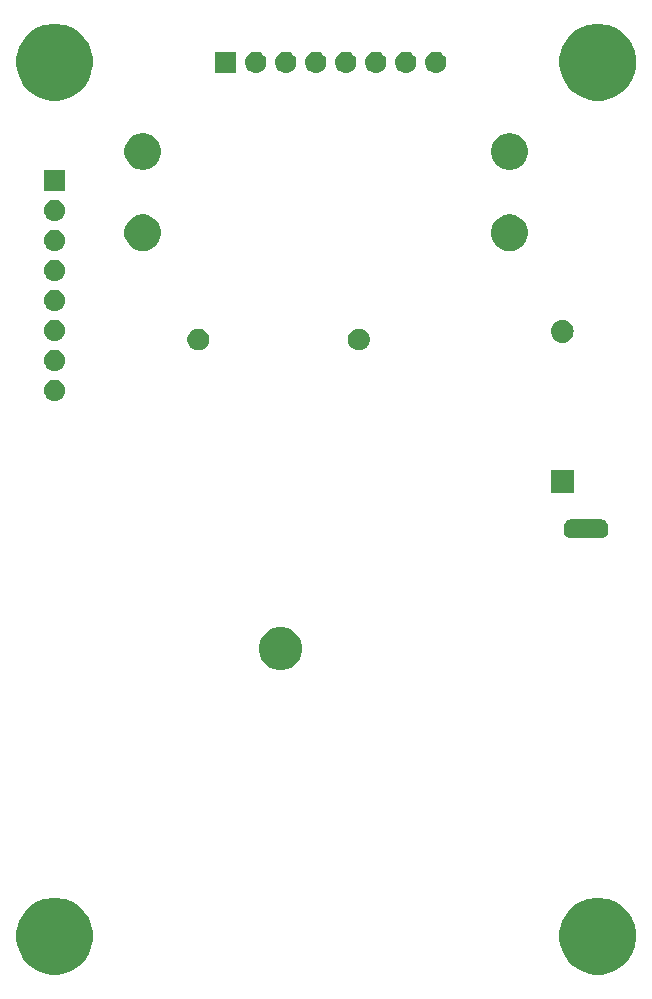
<source format=gts>
%TF.GenerationSoftware,KiCad,Pcbnew,5.0.2+dfsg1-1*%
%TF.CreationDate,2022-04-10T03:47:20-07:00*%
%TF.ProjectId,keygame-batpack,6b657967-616d-4652-9d62-61747061636b,rev?*%
%TF.SameCoordinates,Original*%
%TF.FileFunction,Soldermask,Top*%
%TF.FilePolarity,Negative*%
%FSLAX46Y46*%
G04 Gerber Fmt 4.6, Leading zero omitted, Abs format (unit mm)*
G04 Created by KiCad (PCBNEW 5.0.2+dfsg1-1) date Sun 10 Apr 2022 03:47:20 AM PDT*
%MOMM*%
%LPD*%
G01*
G04 APERTURE LIST*
%ADD10C,0.100000*%
G04 APERTURE END LIST*
D10*
G36*
X171074239Y-130471467D02*
X171388282Y-130533934D01*
X171979926Y-130779001D01*
X172269523Y-130972504D01*
X172512395Y-131134786D01*
X172965214Y-131587605D01*
X172965216Y-131587608D01*
X173320999Y-132120074D01*
X173442724Y-132413944D01*
X173566066Y-132711719D01*
X173691000Y-133339803D01*
X173691000Y-133980197D01*
X173628533Y-134294239D01*
X173566066Y-134608282D01*
X173320999Y-135199926D01*
X173073265Y-135570685D01*
X172965214Y-135732395D01*
X172512395Y-136185214D01*
X172512392Y-136185216D01*
X171979926Y-136540999D01*
X171388282Y-136786066D01*
X171074239Y-136848533D01*
X170760197Y-136911000D01*
X170119803Y-136911000D01*
X169805761Y-136848533D01*
X169491718Y-136786066D01*
X168900074Y-136540999D01*
X168367608Y-136185216D01*
X168367605Y-136185214D01*
X167914786Y-135732395D01*
X167806735Y-135570685D01*
X167559001Y-135199926D01*
X167313934Y-134608282D01*
X167251467Y-134294239D01*
X167189000Y-133980197D01*
X167189000Y-133339803D01*
X167313934Y-132711719D01*
X167437276Y-132413944D01*
X167559001Y-132120074D01*
X167914784Y-131587608D01*
X167914786Y-131587605D01*
X168367605Y-131134786D01*
X168610477Y-130972504D01*
X168900074Y-130779001D01*
X169491718Y-130533934D01*
X169805761Y-130471467D01*
X170119803Y-130409000D01*
X170760197Y-130409000D01*
X171074239Y-130471467D01*
X171074239Y-130471467D01*
G37*
G36*
X125074239Y-130471467D02*
X125388282Y-130533934D01*
X125979926Y-130779001D01*
X126269523Y-130972504D01*
X126512395Y-131134786D01*
X126965214Y-131587605D01*
X126965216Y-131587608D01*
X127320999Y-132120074D01*
X127442724Y-132413944D01*
X127566066Y-132711719D01*
X127691000Y-133339803D01*
X127691000Y-133980197D01*
X127628533Y-134294239D01*
X127566066Y-134608282D01*
X127320999Y-135199926D01*
X127073265Y-135570685D01*
X126965214Y-135732395D01*
X126512395Y-136185214D01*
X126512392Y-136185216D01*
X125979926Y-136540999D01*
X125388282Y-136786066D01*
X125074239Y-136848533D01*
X124760197Y-136911000D01*
X124119803Y-136911000D01*
X123805761Y-136848533D01*
X123491718Y-136786066D01*
X122900074Y-136540999D01*
X122367608Y-136185216D01*
X122367605Y-136185214D01*
X121914786Y-135732395D01*
X121806735Y-135570685D01*
X121559001Y-135199926D01*
X121313934Y-134608282D01*
X121251467Y-134294239D01*
X121189000Y-133980197D01*
X121189000Y-133339803D01*
X121313934Y-132711719D01*
X121437276Y-132413944D01*
X121559001Y-132120074D01*
X121914784Y-131587608D01*
X121914786Y-131587605D01*
X122367605Y-131134786D01*
X122610477Y-130972504D01*
X122900074Y-130779001D01*
X123491718Y-130533934D01*
X123805761Y-130471467D01*
X124119803Y-130409000D01*
X124760197Y-130409000D01*
X125074239Y-130471467D01*
X125074239Y-130471467D01*
G37*
G36*
X144114080Y-107539364D02*
X144114082Y-107539365D01*
X144114083Y-107539365D01*
X144447304Y-107677389D01*
X144745840Y-107876865D01*
X144747197Y-107877772D01*
X145002228Y-108132803D01*
X145002230Y-108132806D01*
X145202611Y-108432696D01*
X145340635Y-108765917D01*
X145411000Y-109119662D01*
X145411000Y-109480338D01*
X145340635Y-109834083D01*
X145202611Y-110167304D01*
X145003135Y-110465840D01*
X145002228Y-110467197D01*
X144747197Y-110722228D01*
X144747194Y-110722230D01*
X144447304Y-110922611D01*
X144114083Y-111060635D01*
X144114082Y-111060635D01*
X144114080Y-111060636D01*
X143760339Y-111131000D01*
X143399661Y-111131000D01*
X143045920Y-111060636D01*
X143045918Y-111060635D01*
X143045917Y-111060635D01*
X142712696Y-110922611D01*
X142412806Y-110722230D01*
X142412803Y-110722228D01*
X142157772Y-110467197D01*
X142156865Y-110465840D01*
X141957389Y-110167304D01*
X141819365Y-109834083D01*
X141749000Y-109480338D01*
X141749000Y-109119662D01*
X141819365Y-108765917D01*
X141957389Y-108432696D01*
X142157770Y-108132806D01*
X142157772Y-108132803D01*
X142412803Y-107877772D01*
X142414160Y-107876865D01*
X142712696Y-107677389D01*
X143045917Y-107539365D01*
X143045918Y-107539365D01*
X143045920Y-107539364D01*
X143399661Y-107469000D01*
X143760339Y-107469000D01*
X144114080Y-107539364D01*
X144114080Y-107539364D01*
G37*
G36*
X168699999Y-98359737D02*
X168714534Y-98364147D01*
X168727717Y-98369607D01*
X168751751Y-98374387D01*
X168776255Y-98374387D01*
X168800288Y-98369606D01*
X168822927Y-98360228D01*
X168824765Y-98359000D01*
X170056053Y-98359000D01*
X170068165Y-98365474D01*
X170091614Y-98372587D01*
X170116000Y-98374989D01*
X170140386Y-98372587D01*
X170158564Y-98366083D01*
X170158608Y-98366227D01*
X170180001Y-98359737D01*
X170196140Y-98358148D01*
X170733860Y-98358148D01*
X170752198Y-98359954D01*
X170764450Y-98360556D01*
X170782869Y-98360556D01*
X170805149Y-98362750D01*
X170889236Y-98379476D01*
X170910655Y-98385974D01*
X170989871Y-98418785D01*
X171009607Y-98429335D01*
X171080897Y-98476969D01*
X171098208Y-98491176D01*
X171158824Y-98551792D01*
X171173031Y-98569103D01*
X171220665Y-98640393D01*
X171231215Y-98660129D01*
X171264026Y-98739345D01*
X171270524Y-98760764D01*
X171287250Y-98844851D01*
X171289444Y-98867131D01*
X171289444Y-98885550D01*
X171290046Y-98897802D01*
X171291852Y-98916140D01*
X171291852Y-99403861D01*
X171290046Y-99422198D01*
X171289444Y-99434450D01*
X171289444Y-99452869D01*
X171287250Y-99475149D01*
X171270524Y-99559236D01*
X171264026Y-99580655D01*
X171231215Y-99659871D01*
X171220665Y-99679607D01*
X171173031Y-99750897D01*
X171158824Y-99768208D01*
X171098208Y-99828824D01*
X171080897Y-99843031D01*
X171009607Y-99890665D01*
X170989871Y-99901215D01*
X170910655Y-99934026D01*
X170889236Y-99940524D01*
X170805149Y-99957250D01*
X170782869Y-99959444D01*
X170764450Y-99959444D01*
X170752198Y-99960046D01*
X170733861Y-99961852D01*
X170196140Y-99961852D01*
X170180001Y-99960263D01*
X170165466Y-99955853D01*
X170152283Y-99950393D01*
X170128249Y-99945613D01*
X170103745Y-99945613D01*
X170079712Y-99950394D01*
X170057073Y-99959772D01*
X170055235Y-99961000D01*
X168823947Y-99961000D01*
X168811835Y-99954526D01*
X168788386Y-99947413D01*
X168764000Y-99945011D01*
X168739614Y-99947413D01*
X168721436Y-99953917D01*
X168721392Y-99953773D01*
X168699999Y-99960263D01*
X168683860Y-99961852D01*
X168146139Y-99961852D01*
X168127802Y-99960046D01*
X168115550Y-99959444D01*
X168097131Y-99959444D01*
X168074851Y-99957250D01*
X167990764Y-99940524D01*
X167969345Y-99934026D01*
X167890129Y-99901215D01*
X167870393Y-99890665D01*
X167799103Y-99843031D01*
X167781792Y-99828824D01*
X167721176Y-99768208D01*
X167706969Y-99750897D01*
X167659335Y-99679607D01*
X167648785Y-99659871D01*
X167615974Y-99580655D01*
X167609476Y-99559236D01*
X167592750Y-99475149D01*
X167590556Y-99452869D01*
X167590556Y-99434450D01*
X167589954Y-99422198D01*
X167588148Y-99403861D01*
X167588148Y-98916140D01*
X167589954Y-98897802D01*
X167590556Y-98885550D01*
X167590556Y-98867131D01*
X167592750Y-98844851D01*
X167609476Y-98760764D01*
X167615974Y-98739345D01*
X167648785Y-98660129D01*
X167659335Y-98640393D01*
X167706969Y-98569103D01*
X167721176Y-98551792D01*
X167781792Y-98491176D01*
X167799103Y-98476969D01*
X167870393Y-98429335D01*
X167890129Y-98418785D01*
X167969345Y-98385974D01*
X167990764Y-98379476D01*
X168074851Y-98362750D01*
X168097131Y-98360556D01*
X168115550Y-98360556D01*
X168127802Y-98359954D01*
X168146140Y-98358148D01*
X168683860Y-98358148D01*
X168699999Y-98359737D01*
X168699999Y-98359737D01*
G37*
G36*
X168391000Y-96111000D02*
X166489000Y-96111000D01*
X166489000Y-94209000D01*
X168391000Y-94209000D01*
X168391000Y-96111000D01*
X168391000Y-96111000D01*
G37*
G36*
X124550443Y-86545519D02*
X124616627Y-86552037D01*
X124729853Y-86586384D01*
X124786467Y-86603557D01*
X124925087Y-86677652D01*
X124942991Y-86687222D01*
X124978729Y-86716552D01*
X125080186Y-86799814D01*
X125163448Y-86901271D01*
X125192778Y-86937009D01*
X125192779Y-86937011D01*
X125276443Y-87093533D01*
X125276443Y-87093534D01*
X125327963Y-87263373D01*
X125345359Y-87440000D01*
X125327963Y-87616627D01*
X125293616Y-87729853D01*
X125276443Y-87786467D01*
X125202348Y-87925087D01*
X125192778Y-87942991D01*
X125163448Y-87978729D01*
X125080186Y-88080186D01*
X124978729Y-88163448D01*
X124942991Y-88192778D01*
X124942989Y-88192779D01*
X124786467Y-88276443D01*
X124729853Y-88293616D01*
X124616627Y-88327963D01*
X124550443Y-88334481D01*
X124484260Y-88341000D01*
X124395740Y-88341000D01*
X124329557Y-88334481D01*
X124263373Y-88327963D01*
X124150147Y-88293616D01*
X124093533Y-88276443D01*
X123937011Y-88192779D01*
X123937009Y-88192778D01*
X123901271Y-88163448D01*
X123799814Y-88080186D01*
X123716552Y-87978729D01*
X123687222Y-87942991D01*
X123677652Y-87925087D01*
X123603557Y-87786467D01*
X123586384Y-87729853D01*
X123552037Y-87616627D01*
X123534641Y-87440000D01*
X123552037Y-87263373D01*
X123603557Y-87093534D01*
X123603557Y-87093533D01*
X123687221Y-86937011D01*
X123687222Y-86937009D01*
X123716552Y-86901271D01*
X123799814Y-86799814D01*
X123901271Y-86716552D01*
X123937009Y-86687222D01*
X123954913Y-86677652D01*
X124093533Y-86603557D01*
X124150147Y-86586384D01*
X124263373Y-86552037D01*
X124329557Y-86545519D01*
X124395740Y-86539000D01*
X124484260Y-86539000D01*
X124550443Y-86545519D01*
X124550443Y-86545519D01*
G37*
G36*
X124550442Y-84005518D02*
X124616627Y-84012037D01*
X124729853Y-84046384D01*
X124786467Y-84063557D01*
X124925087Y-84137652D01*
X124942991Y-84147222D01*
X124978729Y-84176552D01*
X125080186Y-84259814D01*
X125163448Y-84361271D01*
X125192778Y-84397009D01*
X125192779Y-84397011D01*
X125276443Y-84553533D01*
X125276443Y-84553534D01*
X125327963Y-84723373D01*
X125345359Y-84900000D01*
X125327963Y-85076627D01*
X125293616Y-85189853D01*
X125276443Y-85246467D01*
X125202348Y-85385087D01*
X125192778Y-85402991D01*
X125163448Y-85438729D01*
X125080186Y-85540186D01*
X124978729Y-85623448D01*
X124942991Y-85652778D01*
X124942989Y-85652779D01*
X124786467Y-85736443D01*
X124729853Y-85753616D01*
X124616627Y-85787963D01*
X124550442Y-85794482D01*
X124484260Y-85801000D01*
X124395740Y-85801000D01*
X124329558Y-85794482D01*
X124263373Y-85787963D01*
X124150147Y-85753616D01*
X124093533Y-85736443D01*
X123937011Y-85652779D01*
X123937009Y-85652778D01*
X123901271Y-85623448D01*
X123799814Y-85540186D01*
X123716552Y-85438729D01*
X123687222Y-85402991D01*
X123677652Y-85385087D01*
X123603557Y-85246467D01*
X123586384Y-85189853D01*
X123552037Y-85076627D01*
X123534641Y-84900000D01*
X123552037Y-84723373D01*
X123603557Y-84553534D01*
X123603557Y-84553533D01*
X123687221Y-84397011D01*
X123687222Y-84397009D01*
X123716552Y-84361271D01*
X123799814Y-84259814D01*
X123901271Y-84176552D01*
X123937009Y-84147222D01*
X123954913Y-84137652D01*
X124093533Y-84063557D01*
X124150147Y-84046384D01*
X124263373Y-84012037D01*
X124329558Y-84005518D01*
X124395740Y-83999000D01*
X124484260Y-83999000D01*
X124550442Y-84005518D01*
X124550442Y-84005518D01*
G37*
G36*
X150480834Y-82247181D02*
X150649810Y-82317174D01*
X150713903Y-82360000D01*
X150801887Y-82418789D01*
X150931211Y-82548113D01*
X150931213Y-82548116D01*
X151032826Y-82700190D01*
X151102819Y-82869166D01*
X151138500Y-83048551D01*
X151138500Y-83231449D01*
X151102819Y-83410834D01*
X151032826Y-83579810D01*
X150931897Y-83730860D01*
X150931211Y-83731887D01*
X150801887Y-83861211D01*
X150801884Y-83861213D01*
X150649810Y-83962826D01*
X150480834Y-84032819D01*
X150301449Y-84068500D01*
X150118551Y-84068500D01*
X149939166Y-84032819D01*
X149770190Y-83962826D01*
X149618116Y-83861213D01*
X149618113Y-83861211D01*
X149488789Y-83731887D01*
X149488103Y-83730860D01*
X149387174Y-83579810D01*
X149317181Y-83410834D01*
X149281500Y-83231449D01*
X149281500Y-83048551D01*
X149317181Y-82869166D01*
X149387174Y-82700190D01*
X149488787Y-82548116D01*
X149488789Y-82548113D01*
X149618113Y-82418789D01*
X149706097Y-82360000D01*
X149770190Y-82317174D01*
X149939166Y-82247181D01*
X150118551Y-82211500D01*
X150301449Y-82211500D01*
X150480834Y-82247181D01*
X150480834Y-82247181D01*
G37*
G36*
X136890834Y-82247181D02*
X137059810Y-82317174D01*
X137123903Y-82360000D01*
X137211887Y-82418789D01*
X137341211Y-82548113D01*
X137341213Y-82548116D01*
X137442826Y-82700190D01*
X137512819Y-82869166D01*
X137548500Y-83048551D01*
X137548500Y-83231449D01*
X137512819Y-83410834D01*
X137442826Y-83579810D01*
X137341897Y-83730860D01*
X137341211Y-83731887D01*
X137211887Y-83861211D01*
X137211884Y-83861213D01*
X137059810Y-83962826D01*
X136890834Y-84032819D01*
X136711449Y-84068500D01*
X136528551Y-84068500D01*
X136349166Y-84032819D01*
X136180190Y-83962826D01*
X136028116Y-83861213D01*
X136028113Y-83861211D01*
X135898789Y-83731887D01*
X135898103Y-83730860D01*
X135797174Y-83579810D01*
X135727181Y-83410834D01*
X135691500Y-83231449D01*
X135691500Y-83048551D01*
X135727181Y-82869166D01*
X135797174Y-82700190D01*
X135898787Y-82548116D01*
X135898789Y-82548113D01*
X136028113Y-82418789D01*
X136116097Y-82360000D01*
X136180190Y-82317174D01*
X136349166Y-82247181D01*
X136528551Y-82211500D01*
X136711449Y-82211500D01*
X136890834Y-82247181D01*
X136890834Y-82247181D01*
G37*
G36*
X167626425Y-81522760D02*
X167626428Y-81522761D01*
X167626429Y-81522761D01*
X167805693Y-81577140D01*
X167805695Y-81577141D01*
X167970905Y-81665448D01*
X168115712Y-81784288D01*
X168234552Y-81929095D01*
X168234553Y-81929097D01*
X168322860Y-82094307D01*
X168369234Y-82247182D01*
X168377240Y-82273575D01*
X168395601Y-82460000D01*
X168377240Y-82646425D01*
X168377239Y-82646428D01*
X168377239Y-82646429D01*
X168359027Y-82706467D01*
X168322859Y-82825695D01*
X168234552Y-82990905D01*
X168115712Y-83135712D01*
X167970905Y-83254552D01*
X167970903Y-83254553D01*
X167805693Y-83342860D01*
X167626429Y-83397239D01*
X167626428Y-83397239D01*
X167626425Y-83397240D01*
X167486718Y-83411000D01*
X167393282Y-83411000D01*
X167253575Y-83397240D01*
X167253572Y-83397239D01*
X167253571Y-83397239D01*
X167074307Y-83342860D01*
X166909097Y-83254553D01*
X166909095Y-83254552D01*
X166764288Y-83135712D01*
X166645448Y-82990905D01*
X166557141Y-82825695D01*
X166520974Y-82706467D01*
X166502761Y-82646429D01*
X166502761Y-82646428D01*
X166502760Y-82646425D01*
X166484399Y-82460000D01*
X166502760Y-82273575D01*
X166510766Y-82247182D01*
X166557140Y-82094307D01*
X166645447Y-81929097D01*
X166645448Y-81929095D01*
X166764288Y-81784288D01*
X166909095Y-81665448D01*
X167074305Y-81577141D01*
X167074307Y-81577140D01*
X167253571Y-81522761D01*
X167253572Y-81522761D01*
X167253575Y-81522760D01*
X167393282Y-81509000D01*
X167486718Y-81509000D01*
X167626425Y-81522760D01*
X167626425Y-81522760D01*
G37*
G36*
X124550443Y-81465519D02*
X124616627Y-81472037D01*
X124729853Y-81506384D01*
X124786467Y-81523557D01*
X124886712Y-81577140D01*
X124942991Y-81607222D01*
X124978729Y-81636552D01*
X125080186Y-81719814D01*
X125163448Y-81821271D01*
X125192778Y-81857009D01*
X125192779Y-81857011D01*
X125276443Y-82013533D01*
X125276443Y-82013534D01*
X125327963Y-82183373D01*
X125345359Y-82360000D01*
X125327963Y-82536627D01*
X125294656Y-82646425D01*
X125276443Y-82706467D01*
X125212714Y-82825693D01*
X125192778Y-82862991D01*
X125187710Y-82869166D01*
X125080186Y-83000186D01*
X124978729Y-83083448D01*
X124942991Y-83112778D01*
X124942989Y-83112779D01*
X124786467Y-83196443D01*
X124729853Y-83213616D01*
X124616627Y-83247963D01*
X124550442Y-83254482D01*
X124484260Y-83261000D01*
X124395740Y-83261000D01*
X124329558Y-83254482D01*
X124263373Y-83247963D01*
X124150147Y-83213616D01*
X124093533Y-83196443D01*
X123937011Y-83112779D01*
X123937009Y-83112778D01*
X123901271Y-83083448D01*
X123799814Y-83000186D01*
X123692290Y-82869166D01*
X123687222Y-82862991D01*
X123667286Y-82825693D01*
X123603557Y-82706467D01*
X123585344Y-82646425D01*
X123552037Y-82536627D01*
X123534641Y-82360000D01*
X123552037Y-82183373D01*
X123603557Y-82013534D01*
X123603557Y-82013533D01*
X123687221Y-81857011D01*
X123687222Y-81857009D01*
X123716552Y-81821271D01*
X123799814Y-81719814D01*
X123901271Y-81636552D01*
X123937009Y-81607222D01*
X123993288Y-81577140D01*
X124093533Y-81523557D01*
X124150147Y-81506384D01*
X124263373Y-81472037D01*
X124329557Y-81465519D01*
X124395740Y-81459000D01*
X124484260Y-81459000D01*
X124550443Y-81465519D01*
X124550443Y-81465519D01*
G37*
G36*
X124550442Y-78925518D02*
X124616627Y-78932037D01*
X124729853Y-78966384D01*
X124786467Y-78983557D01*
X124925087Y-79057652D01*
X124942991Y-79067222D01*
X124978729Y-79096552D01*
X125080186Y-79179814D01*
X125163448Y-79281271D01*
X125192778Y-79317009D01*
X125192779Y-79317011D01*
X125276443Y-79473533D01*
X125276443Y-79473534D01*
X125327963Y-79643373D01*
X125345359Y-79820000D01*
X125327963Y-79996627D01*
X125293616Y-80109853D01*
X125276443Y-80166467D01*
X125202348Y-80305087D01*
X125192778Y-80322991D01*
X125163448Y-80358729D01*
X125080186Y-80460186D01*
X124978729Y-80543448D01*
X124942991Y-80572778D01*
X124942989Y-80572779D01*
X124786467Y-80656443D01*
X124729853Y-80673616D01*
X124616627Y-80707963D01*
X124550443Y-80714481D01*
X124484260Y-80721000D01*
X124395740Y-80721000D01*
X124329557Y-80714481D01*
X124263373Y-80707963D01*
X124150147Y-80673616D01*
X124093533Y-80656443D01*
X123937011Y-80572779D01*
X123937009Y-80572778D01*
X123901271Y-80543448D01*
X123799814Y-80460186D01*
X123716552Y-80358729D01*
X123687222Y-80322991D01*
X123677652Y-80305087D01*
X123603557Y-80166467D01*
X123586384Y-80109853D01*
X123552037Y-79996627D01*
X123534641Y-79820000D01*
X123552037Y-79643373D01*
X123603557Y-79473534D01*
X123603557Y-79473533D01*
X123687221Y-79317011D01*
X123687222Y-79317009D01*
X123716552Y-79281271D01*
X123799814Y-79179814D01*
X123901271Y-79096552D01*
X123937009Y-79067222D01*
X123954913Y-79057652D01*
X124093533Y-78983557D01*
X124150147Y-78966384D01*
X124263373Y-78932037D01*
X124329558Y-78925518D01*
X124395740Y-78919000D01*
X124484260Y-78919000D01*
X124550442Y-78925518D01*
X124550442Y-78925518D01*
G37*
G36*
X124550443Y-76385519D02*
X124616627Y-76392037D01*
X124729853Y-76426384D01*
X124786467Y-76443557D01*
X124925087Y-76517652D01*
X124942991Y-76527222D01*
X124978729Y-76556552D01*
X125080186Y-76639814D01*
X125163448Y-76741271D01*
X125192778Y-76777009D01*
X125192779Y-76777011D01*
X125276443Y-76933533D01*
X125276443Y-76933534D01*
X125327963Y-77103373D01*
X125345359Y-77280000D01*
X125327963Y-77456627D01*
X125293616Y-77569853D01*
X125276443Y-77626467D01*
X125202348Y-77765087D01*
X125192778Y-77782991D01*
X125163448Y-77818729D01*
X125080186Y-77920186D01*
X124978729Y-78003448D01*
X124942991Y-78032778D01*
X124942989Y-78032779D01*
X124786467Y-78116443D01*
X124729853Y-78133616D01*
X124616627Y-78167963D01*
X124550443Y-78174481D01*
X124484260Y-78181000D01*
X124395740Y-78181000D01*
X124329557Y-78174481D01*
X124263373Y-78167963D01*
X124150147Y-78133616D01*
X124093533Y-78116443D01*
X123937011Y-78032779D01*
X123937009Y-78032778D01*
X123901271Y-78003448D01*
X123799814Y-77920186D01*
X123716552Y-77818729D01*
X123687222Y-77782991D01*
X123677652Y-77765087D01*
X123603557Y-77626467D01*
X123586384Y-77569853D01*
X123552037Y-77456627D01*
X123534641Y-77280000D01*
X123552037Y-77103373D01*
X123603557Y-76933534D01*
X123603557Y-76933533D01*
X123687221Y-76777011D01*
X123687222Y-76777009D01*
X123716552Y-76741271D01*
X123799814Y-76639814D01*
X123901271Y-76556552D01*
X123937009Y-76527222D01*
X123954913Y-76517652D01*
X124093533Y-76443557D01*
X124150147Y-76426384D01*
X124263373Y-76392037D01*
X124329557Y-76385519D01*
X124395740Y-76379000D01*
X124484260Y-76379000D01*
X124550443Y-76385519D01*
X124550443Y-76385519D01*
G37*
G36*
X132262527Y-72588736D02*
X132362410Y-72608604D01*
X132644674Y-72725521D01*
X132898705Y-72895259D01*
X133114741Y-73111295D01*
X133284479Y-73365326D01*
X133401396Y-73647590D01*
X133461000Y-73947240D01*
X133461000Y-74252760D01*
X133401396Y-74552410D01*
X133284479Y-74834674D01*
X133114741Y-75088705D01*
X132898705Y-75304741D01*
X132644674Y-75474479D01*
X132362410Y-75591396D01*
X132262527Y-75611264D01*
X132062762Y-75651000D01*
X131757238Y-75651000D01*
X131557473Y-75611264D01*
X131457590Y-75591396D01*
X131175326Y-75474479D01*
X130921295Y-75304741D01*
X130705259Y-75088705D01*
X130535521Y-74834674D01*
X130418604Y-74552410D01*
X130359000Y-74252760D01*
X130359000Y-73947240D01*
X130418604Y-73647590D01*
X130535521Y-73365326D01*
X130705259Y-73111295D01*
X130921295Y-72895259D01*
X131175326Y-72725521D01*
X131457590Y-72608604D01*
X131557473Y-72588736D01*
X131757238Y-72549000D01*
X132062762Y-72549000D01*
X132262527Y-72588736D01*
X132262527Y-72588736D01*
G37*
G36*
X163322527Y-72588736D02*
X163422410Y-72608604D01*
X163704674Y-72725521D01*
X163958705Y-72895259D01*
X164174741Y-73111295D01*
X164344479Y-73365326D01*
X164461396Y-73647590D01*
X164521000Y-73947240D01*
X164521000Y-74252760D01*
X164461396Y-74552410D01*
X164344479Y-74834674D01*
X164174741Y-75088705D01*
X163958705Y-75304741D01*
X163704674Y-75474479D01*
X163422410Y-75591396D01*
X163322527Y-75611264D01*
X163122762Y-75651000D01*
X162817238Y-75651000D01*
X162617473Y-75611264D01*
X162517590Y-75591396D01*
X162235326Y-75474479D01*
X161981295Y-75304741D01*
X161765259Y-75088705D01*
X161595521Y-74834674D01*
X161478604Y-74552410D01*
X161419000Y-74252760D01*
X161419000Y-73947240D01*
X161478604Y-73647590D01*
X161595521Y-73365326D01*
X161765259Y-73111295D01*
X161981295Y-72895259D01*
X162235326Y-72725521D01*
X162517590Y-72608604D01*
X162617473Y-72588736D01*
X162817238Y-72549000D01*
X163122762Y-72549000D01*
X163322527Y-72588736D01*
X163322527Y-72588736D01*
G37*
G36*
X124550442Y-73845518D02*
X124616627Y-73852037D01*
X124729853Y-73886384D01*
X124786467Y-73903557D01*
X124868187Y-73947238D01*
X124942991Y-73987222D01*
X124978729Y-74016552D01*
X125080186Y-74099814D01*
X125163448Y-74201271D01*
X125192778Y-74237009D01*
X125192779Y-74237011D01*
X125276443Y-74393533D01*
X125276443Y-74393534D01*
X125327963Y-74563373D01*
X125345359Y-74740000D01*
X125327963Y-74916627D01*
X125293616Y-75029853D01*
X125276443Y-75086467D01*
X125202348Y-75225087D01*
X125192778Y-75242991D01*
X125163448Y-75278729D01*
X125080186Y-75380186D01*
X124978729Y-75463448D01*
X124942991Y-75492778D01*
X124942989Y-75492779D01*
X124786467Y-75576443D01*
X124729853Y-75593616D01*
X124616627Y-75627963D01*
X124550442Y-75634482D01*
X124484260Y-75641000D01*
X124395740Y-75641000D01*
X124329558Y-75634482D01*
X124263373Y-75627963D01*
X124150147Y-75593616D01*
X124093533Y-75576443D01*
X123937011Y-75492779D01*
X123937009Y-75492778D01*
X123901271Y-75463448D01*
X123799814Y-75380186D01*
X123716552Y-75278729D01*
X123687222Y-75242991D01*
X123677652Y-75225087D01*
X123603557Y-75086467D01*
X123586384Y-75029853D01*
X123552037Y-74916627D01*
X123534641Y-74740000D01*
X123552037Y-74563373D01*
X123603557Y-74393534D01*
X123603557Y-74393533D01*
X123687221Y-74237011D01*
X123687222Y-74237009D01*
X123716552Y-74201271D01*
X123799814Y-74099814D01*
X123901271Y-74016552D01*
X123937009Y-73987222D01*
X124011813Y-73947238D01*
X124093533Y-73903557D01*
X124150147Y-73886384D01*
X124263373Y-73852037D01*
X124329558Y-73845518D01*
X124395740Y-73839000D01*
X124484260Y-73839000D01*
X124550442Y-73845518D01*
X124550442Y-73845518D01*
G37*
G36*
X124550442Y-71305518D02*
X124616627Y-71312037D01*
X124729853Y-71346384D01*
X124786467Y-71363557D01*
X124925087Y-71437652D01*
X124942991Y-71447222D01*
X124978729Y-71476552D01*
X125080186Y-71559814D01*
X125163448Y-71661271D01*
X125192778Y-71697009D01*
X125192779Y-71697011D01*
X125276443Y-71853533D01*
X125276443Y-71853534D01*
X125327963Y-72023373D01*
X125345359Y-72200000D01*
X125327963Y-72376627D01*
X125293616Y-72489853D01*
X125276443Y-72546467D01*
X125202348Y-72685087D01*
X125192778Y-72702991D01*
X125174288Y-72725521D01*
X125080186Y-72840186D01*
X124978729Y-72923448D01*
X124942991Y-72952778D01*
X124942989Y-72952779D01*
X124786467Y-73036443D01*
X124729853Y-73053616D01*
X124616627Y-73087963D01*
X124550442Y-73094482D01*
X124484260Y-73101000D01*
X124395740Y-73101000D01*
X124329558Y-73094482D01*
X124263373Y-73087963D01*
X124150147Y-73053616D01*
X124093533Y-73036443D01*
X123937011Y-72952779D01*
X123937009Y-72952778D01*
X123901271Y-72923448D01*
X123799814Y-72840186D01*
X123705712Y-72725521D01*
X123687222Y-72702991D01*
X123677652Y-72685087D01*
X123603557Y-72546467D01*
X123586384Y-72489853D01*
X123552037Y-72376627D01*
X123534641Y-72200000D01*
X123552037Y-72023373D01*
X123603557Y-71853534D01*
X123603557Y-71853533D01*
X123687221Y-71697011D01*
X123687222Y-71697009D01*
X123716552Y-71661271D01*
X123799814Y-71559814D01*
X123901271Y-71476552D01*
X123937009Y-71447222D01*
X123954913Y-71437652D01*
X124093533Y-71363557D01*
X124150147Y-71346384D01*
X124263373Y-71312037D01*
X124329558Y-71305518D01*
X124395740Y-71299000D01*
X124484260Y-71299000D01*
X124550442Y-71305518D01*
X124550442Y-71305518D01*
G37*
G36*
X125341000Y-70561000D02*
X123539000Y-70561000D01*
X123539000Y-68759000D01*
X125341000Y-68759000D01*
X125341000Y-70561000D01*
X125341000Y-70561000D01*
G37*
G36*
X163322527Y-65708736D02*
X163422410Y-65728604D01*
X163704674Y-65845521D01*
X163958705Y-66015259D01*
X164174741Y-66231295D01*
X164344479Y-66485326D01*
X164461396Y-66767590D01*
X164521000Y-67067240D01*
X164521000Y-67372760D01*
X164461396Y-67672410D01*
X164344479Y-67954674D01*
X164174741Y-68208705D01*
X163958705Y-68424741D01*
X163704674Y-68594479D01*
X163422410Y-68711396D01*
X163322527Y-68731264D01*
X163122762Y-68771000D01*
X162817238Y-68771000D01*
X162617473Y-68731264D01*
X162517590Y-68711396D01*
X162235326Y-68594479D01*
X161981295Y-68424741D01*
X161765259Y-68208705D01*
X161595521Y-67954674D01*
X161478604Y-67672410D01*
X161419000Y-67372760D01*
X161419000Y-67067240D01*
X161478604Y-66767590D01*
X161595521Y-66485326D01*
X161765259Y-66231295D01*
X161981295Y-66015259D01*
X162235326Y-65845521D01*
X162517590Y-65728604D01*
X162617473Y-65708736D01*
X162817238Y-65669000D01*
X163122762Y-65669000D01*
X163322527Y-65708736D01*
X163322527Y-65708736D01*
G37*
G36*
X132262527Y-65708736D02*
X132362410Y-65728604D01*
X132644674Y-65845521D01*
X132898705Y-66015259D01*
X133114741Y-66231295D01*
X133284479Y-66485326D01*
X133401396Y-66767590D01*
X133461000Y-67067240D01*
X133461000Y-67372760D01*
X133401396Y-67672410D01*
X133284479Y-67954674D01*
X133114741Y-68208705D01*
X132898705Y-68424741D01*
X132644674Y-68594479D01*
X132362410Y-68711396D01*
X132262527Y-68731264D01*
X132062762Y-68771000D01*
X131757238Y-68771000D01*
X131557473Y-68731264D01*
X131457590Y-68711396D01*
X131175326Y-68594479D01*
X130921295Y-68424741D01*
X130705259Y-68208705D01*
X130535521Y-67954674D01*
X130418604Y-67672410D01*
X130359000Y-67372760D01*
X130359000Y-67067240D01*
X130418604Y-66767590D01*
X130535521Y-66485326D01*
X130705259Y-66231295D01*
X130921295Y-66015259D01*
X131175326Y-65845521D01*
X131457590Y-65728604D01*
X131557473Y-65708736D01*
X131757238Y-65669000D01*
X132062762Y-65669000D01*
X132262527Y-65708736D01*
X132262527Y-65708736D01*
G37*
G36*
X125074239Y-56471467D02*
X125388282Y-56533934D01*
X125979926Y-56779001D01*
X126269523Y-56972504D01*
X126512395Y-57134786D01*
X126965214Y-57587605D01*
X126965216Y-57587608D01*
X127320999Y-58120074D01*
X127442724Y-58413944D01*
X127566066Y-58711719D01*
X127691000Y-59339803D01*
X127691000Y-59980197D01*
X127654640Y-60162989D01*
X127566066Y-60608282D01*
X127320999Y-61199926D01*
X127073265Y-61570685D01*
X126965214Y-61732395D01*
X126512395Y-62185214D01*
X126512392Y-62185216D01*
X125979926Y-62540999D01*
X125388282Y-62786066D01*
X125074239Y-62848533D01*
X124760197Y-62911000D01*
X124119803Y-62911000D01*
X123805761Y-62848533D01*
X123491718Y-62786066D01*
X122900074Y-62540999D01*
X122367608Y-62185216D01*
X122367605Y-62185214D01*
X121914786Y-61732395D01*
X121806735Y-61570685D01*
X121559001Y-61199926D01*
X121313934Y-60608282D01*
X121225360Y-60162989D01*
X121189000Y-59980197D01*
X121189000Y-59339803D01*
X121313934Y-58711719D01*
X121437276Y-58413944D01*
X121559001Y-58120074D01*
X121914784Y-57587608D01*
X121914786Y-57587605D01*
X122367605Y-57134786D01*
X122610477Y-56972504D01*
X122900074Y-56779001D01*
X123491718Y-56533934D01*
X123805761Y-56471467D01*
X124119803Y-56409000D01*
X124760197Y-56409000D01*
X125074239Y-56471467D01*
X125074239Y-56471467D01*
G37*
G36*
X171074239Y-56471467D02*
X171388282Y-56533934D01*
X171979926Y-56779001D01*
X172269523Y-56972504D01*
X172512395Y-57134786D01*
X172965214Y-57587605D01*
X172965216Y-57587608D01*
X173320999Y-58120074D01*
X173442724Y-58413944D01*
X173566066Y-58711719D01*
X173691000Y-59339803D01*
X173691000Y-59980197D01*
X173654640Y-60162989D01*
X173566066Y-60608282D01*
X173320999Y-61199926D01*
X173073265Y-61570685D01*
X172965214Y-61732395D01*
X172512395Y-62185214D01*
X172512392Y-62185216D01*
X171979926Y-62540999D01*
X171388282Y-62786066D01*
X171074239Y-62848533D01*
X170760197Y-62911000D01*
X170119803Y-62911000D01*
X169805761Y-62848533D01*
X169491718Y-62786066D01*
X168900074Y-62540999D01*
X168367608Y-62185216D01*
X168367605Y-62185214D01*
X167914786Y-61732395D01*
X167806735Y-61570685D01*
X167559001Y-61199926D01*
X167313934Y-60608282D01*
X167225360Y-60162989D01*
X167189000Y-59980197D01*
X167189000Y-59339803D01*
X167313934Y-58711719D01*
X167437276Y-58413944D01*
X167559001Y-58120074D01*
X167914784Y-57587608D01*
X167914786Y-57587605D01*
X168367605Y-57134786D01*
X168610477Y-56972504D01*
X168900074Y-56779001D01*
X169491718Y-56533934D01*
X169805761Y-56471467D01*
X170119803Y-56409000D01*
X170760197Y-56409000D01*
X171074239Y-56471467D01*
X171074239Y-56471467D01*
G37*
G36*
X154290442Y-58765518D02*
X154356627Y-58772037D01*
X154469853Y-58806384D01*
X154526467Y-58823557D01*
X154665087Y-58897652D01*
X154682991Y-58907222D01*
X154718729Y-58936552D01*
X154820186Y-59019814D01*
X154903448Y-59121271D01*
X154932778Y-59157009D01*
X154932779Y-59157011D01*
X155016443Y-59313533D01*
X155016443Y-59313534D01*
X155067963Y-59483373D01*
X155085359Y-59660000D01*
X155067963Y-59836627D01*
X155034331Y-59947496D01*
X155016443Y-60006467D01*
X154988004Y-60059671D01*
X154932778Y-60162991D01*
X154903448Y-60198729D01*
X154820186Y-60300186D01*
X154718729Y-60383448D01*
X154682991Y-60412778D01*
X154682989Y-60412779D01*
X154526467Y-60496443D01*
X154469853Y-60513616D01*
X154356627Y-60547963D01*
X154290443Y-60554481D01*
X154224260Y-60561000D01*
X154135740Y-60561000D01*
X154069557Y-60554481D01*
X154003373Y-60547963D01*
X153890147Y-60513616D01*
X153833533Y-60496443D01*
X153677011Y-60412779D01*
X153677009Y-60412778D01*
X153641271Y-60383448D01*
X153539814Y-60300186D01*
X153456552Y-60198729D01*
X153427222Y-60162991D01*
X153371996Y-60059671D01*
X153343557Y-60006467D01*
X153325669Y-59947496D01*
X153292037Y-59836627D01*
X153274641Y-59660000D01*
X153292037Y-59483373D01*
X153343557Y-59313534D01*
X153343557Y-59313533D01*
X153427221Y-59157011D01*
X153427222Y-59157009D01*
X153456552Y-59121271D01*
X153539814Y-59019814D01*
X153641271Y-58936552D01*
X153677009Y-58907222D01*
X153694913Y-58897652D01*
X153833533Y-58823557D01*
X153890147Y-58806384D01*
X154003373Y-58772037D01*
X154069558Y-58765518D01*
X154135740Y-58759000D01*
X154224260Y-58759000D01*
X154290442Y-58765518D01*
X154290442Y-58765518D01*
G37*
G36*
X149210442Y-58765518D02*
X149276627Y-58772037D01*
X149389853Y-58806384D01*
X149446467Y-58823557D01*
X149585087Y-58897652D01*
X149602991Y-58907222D01*
X149638729Y-58936552D01*
X149740186Y-59019814D01*
X149823448Y-59121271D01*
X149852778Y-59157009D01*
X149852779Y-59157011D01*
X149936443Y-59313533D01*
X149936443Y-59313534D01*
X149987963Y-59483373D01*
X150005359Y-59660000D01*
X149987963Y-59836627D01*
X149954331Y-59947496D01*
X149936443Y-60006467D01*
X149908004Y-60059671D01*
X149852778Y-60162991D01*
X149823448Y-60198729D01*
X149740186Y-60300186D01*
X149638729Y-60383448D01*
X149602991Y-60412778D01*
X149602989Y-60412779D01*
X149446467Y-60496443D01*
X149389853Y-60513616D01*
X149276627Y-60547963D01*
X149210443Y-60554481D01*
X149144260Y-60561000D01*
X149055740Y-60561000D01*
X148989557Y-60554481D01*
X148923373Y-60547963D01*
X148810147Y-60513616D01*
X148753533Y-60496443D01*
X148597011Y-60412779D01*
X148597009Y-60412778D01*
X148561271Y-60383448D01*
X148459814Y-60300186D01*
X148376552Y-60198729D01*
X148347222Y-60162991D01*
X148291996Y-60059671D01*
X148263557Y-60006467D01*
X148245669Y-59947496D01*
X148212037Y-59836627D01*
X148194641Y-59660000D01*
X148212037Y-59483373D01*
X148263557Y-59313534D01*
X148263557Y-59313533D01*
X148347221Y-59157011D01*
X148347222Y-59157009D01*
X148376552Y-59121271D01*
X148459814Y-59019814D01*
X148561271Y-58936552D01*
X148597009Y-58907222D01*
X148614913Y-58897652D01*
X148753533Y-58823557D01*
X148810147Y-58806384D01*
X148923373Y-58772037D01*
X148989558Y-58765518D01*
X149055740Y-58759000D01*
X149144260Y-58759000D01*
X149210442Y-58765518D01*
X149210442Y-58765518D01*
G37*
G36*
X146670442Y-58765518D02*
X146736627Y-58772037D01*
X146849853Y-58806384D01*
X146906467Y-58823557D01*
X147045087Y-58897652D01*
X147062991Y-58907222D01*
X147098729Y-58936552D01*
X147200186Y-59019814D01*
X147283448Y-59121271D01*
X147312778Y-59157009D01*
X147312779Y-59157011D01*
X147396443Y-59313533D01*
X147396443Y-59313534D01*
X147447963Y-59483373D01*
X147465359Y-59660000D01*
X147447963Y-59836627D01*
X147414331Y-59947496D01*
X147396443Y-60006467D01*
X147368004Y-60059671D01*
X147312778Y-60162991D01*
X147283448Y-60198729D01*
X147200186Y-60300186D01*
X147098729Y-60383448D01*
X147062991Y-60412778D01*
X147062989Y-60412779D01*
X146906467Y-60496443D01*
X146849853Y-60513616D01*
X146736627Y-60547963D01*
X146670443Y-60554481D01*
X146604260Y-60561000D01*
X146515740Y-60561000D01*
X146449557Y-60554481D01*
X146383373Y-60547963D01*
X146270147Y-60513616D01*
X146213533Y-60496443D01*
X146057011Y-60412779D01*
X146057009Y-60412778D01*
X146021271Y-60383448D01*
X145919814Y-60300186D01*
X145836552Y-60198729D01*
X145807222Y-60162991D01*
X145751996Y-60059671D01*
X145723557Y-60006467D01*
X145705669Y-59947496D01*
X145672037Y-59836627D01*
X145654641Y-59660000D01*
X145672037Y-59483373D01*
X145723557Y-59313534D01*
X145723557Y-59313533D01*
X145807221Y-59157011D01*
X145807222Y-59157009D01*
X145836552Y-59121271D01*
X145919814Y-59019814D01*
X146021271Y-58936552D01*
X146057009Y-58907222D01*
X146074913Y-58897652D01*
X146213533Y-58823557D01*
X146270147Y-58806384D01*
X146383373Y-58772037D01*
X146449558Y-58765518D01*
X146515740Y-58759000D01*
X146604260Y-58759000D01*
X146670442Y-58765518D01*
X146670442Y-58765518D01*
G37*
G36*
X144130442Y-58765518D02*
X144196627Y-58772037D01*
X144309853Y-58806384D01*
X144366467Y-58823557D01*
X144505087Y-58897652D01*
X144522991Y-58907222D01*
X144558729Y-58936552D01*
X144660186Y-59019814D01*
X144743448Y-59121271D01*
X144772778Y-59157009D01*
X144772779Y-59157011D01*
X144856443Y-59313533D01*
X144856443Y-59313534D01*
X144907963Y-59483373D01*
X144925359Y-59660000D01*
X144907963Y-59836627D01*
X144874331Y-59947496D01*
X144856443Y-60006467D01*
X144828004Y-60059671D01*
X144772778Y-60162991D01*
X144743448Y-60198729D01*
X144660186Y-60300186D01*
X144558729Y-60383448D01*
X144522991Y-60412778D01*
X144522989Y-60412779D01*
X144366467Y-60496443D01*
X144309853Y-60513616D01*
X144196627Y-60547963D01*
X144130443Y-60554481D01*
X144064260Y-60561000D01*
X143975740Y-60561000D01*
X143909557Y-60554481D01*
X143843373Y-60547963D01*
X143730147Y-60513616D01*
X143673533Y-60496443D01*
X143517011Y-60412779D01*
X143517009Y-60412778D01*
X143481271Y-60383448D01*
X143379814Y-60300186D01*
X143296552Y-60198729D01*
X143267222Y-60162991D01*
X143211996Y-60059671D01*
X143183557Y-60006467D01*
X143165669Y-59947496D01*
X143132037Y-59836627D01*
X143114641Y-59660000D01*
X143132037Y-59483373D01*
X143183557Y-59313534D01*
X143183557Y-59313533D01*
X143267221Y-59157011D01*
X143267222Y-59157009D01*
X143296552Y-59121271D01*
X143379814Y-59019814D01*
X143481271Y-58936552D01*
X143517009Y-58907222D01*
X143534913Y-58897652D01*
X143673533Y-58823557D01*
X143730147Y-58806384D01*
X143843373Y-58772037D01*
X143909558Y-58765518D01*
X143975740Y-58759000D01*
X144064260Y-58759000D01*
X144130442Y-58765518D01*
X144130442Y-58765518D01*
G37*
G36*
X141590442Y-58765518D02*
X141656627Y-58772037D01*
X141769853Y-58806384D01*
X141826467Y-58823557D01*
X141965087Y-58897652D01*
X141982991Y-58907222D01*
X142018729Y-58936552D01*
X142120186Y-59019814D01*
X142203448Y-59121271D01*
X142232778Y-59157009D01*
X142232779Y-59157011D01*
X142316443Y-59313533D01*
X142316443Y-59313534D01*
X142367963Y-59483373D01*
X142385359Y-59660000D01*
X142367963Y-59836627D01*
X142334331Y-59947496D01*
X142316443Y-60006467D01*
X142288004Y-60059671D01*
X142232778Y-60162991D01*
X142203448Y-60198729D01*
X142120186Y-60300186D01*
X142018729Y-60383448D01*
X141982991Y-60412778D01*
X141982989Y-60412779D01*
X141826467Y-60496443D01*
X141769853Y-60513616D01*
X141656627Y-60547963D01*
X141590443Y-60554481D01*
X141524260Y-60561000D01*
X141435740Y-60561000D01*
X141369557Y-60554481D01*
X141303373Y-60547963D01*
X141190147Y-60513616D01*
X141133533Y-60496443D01*
X140977011Y-60412779D01*
X140977009Y-60412778D01*
X140941271Y-60383448D01*
X140839814Y-60300186D01*
X140756552Y-60198729D01*
X140727222Y-60162991D01*
X140671996Y-60059671D01*
X140643557Y-60006467D01*
X140625669Y-59947496D01*
X140592037Y-59836627D01*
X140574641Y-59660000D01*
X140592037Y-59483373D01*
X140643557Y-59313534D01*
X140643557Y-59313533D01*
X140727221Y-59157011D01*
X140727222Y-59157009D01*
X140756552Y-59121271D01*
X140839814Y-59019814D01*
X140941271Y-58936552D01*
X140977009Y-58907222D01*
X140994913Y-58897652D01*
X141133533Y-58823557D01*
X141190147Y-58806384D01*
X141303373Y-58772037D01*
X141369558Y-58765518D01*
X141435740Y-58759000D01*
X141524260Y-58759000D01*
X141590442Y-58765518D01*
X141590442Y-58765518D01*
G37*
G36*
X139841000Y-60561000D02*
X138039000Y-60561000D01*
X138039000Y-58759000D01*
X139841000Y-58759000D01*
X139841000Y-60561000D01*
X139841000Y-60561000D01*
G37*
G36*
X151750442Y-58765518D02*
X151816627Y-58772037D01*
X151929853Y-58806384D01*
X151986467Y-58823557D01*
X152125087Y-58897652D01*
X152142991Y-58907222D01*
X152178729Y-58936552D01*
X152280186Y-59019814D01*
X152363448Y-59121271D01*
X152392778Y-59157009D01*
X152392779Y-59157011D01*
X152476443Y-59313533D01*
X152476443Y-59313534D01*
X152527963Y-59483373D01*
X152545359Y-59660000D01*
X152527963Y-59836627D01*
X152494331Y-59947496D01*
X152476443Y-60006467D01*
X152448004Y-60059671D01*
X152392778Y-60162991D01*
X152363448Y-60198729D01*
X152280186Y-60300186D01*
X152178729Y-60383448D01*
X152142991Y-60412778D01*
X152142989Y-60412779D01*
X151986467Y-60496443D01*
X151929853Y-60513616D01*
X151816627Y-60547963D01*
X151750443Y-60554481D01*
X151684260Y-60561000D01*
X151595740Y-60561000D01*
X151529557Y-60554481D01*
X151463373Y-60547963D01*
X151350147Y-60513616D01*
X151293533Y-60496443D01*
X151137011Y-60412779D01*
X151137009Y-60412778D01*
X151101271Y-60383448D01*
X150999814Y-60300186D01*
X150916552Y-60198729D01*
X150887222Y-60162991D01*
X150831996Y-60059671D01*
X150803557Y-60006467D01*
X150785669Y-59947496D01*
X150752037Y-59836627D01*
X150734641Y-59660000D01*
X150752037Y-59483373D01*
X150803557Y-59313534D01*
X150803557Y-59313533D01*
X150887221Y-59157011D01*
X150887222Y-59157009D01*
X150916552Y-59121271D01*
X150999814Y-59019814D01*
X151101271Y-58936552D01*
X151137009Y-58907222D01*
X151154913Y-58897652D01*
X151293533Y-58823557D01*
X151350147Y-58806384D01*
X151463373Y-58772037D01*
X151529558Y-58765518D01*
X151595740Y-58759000D01*
X151684260Y-58759000D01*
X151750442Y-58765518D01*
X151750442Y-58765518D01*
G37*
G36*
X156830442Y-58765518D02*
X156896627Y-58772037D01*
X157009853Y-58806384D01*
X157066467Y-58823557D01*
X157205087Y-58897652D01*
X157222991Y-58907222D01*
X157258729Y-58936552D01*
X157360186Y-59019814D01*
X157443448Y-59121271D01*
X157472778Y-59157009D01*
X157472779Y-59157011D01*
X157556443Y-59313533D01*
X157556443Y-59313534D01*
X157607963Y-59483373D01*
X157625359Y-59660000D01*
X157607963Y-59836627D01*
X157574331Y-59947496D01*
X157556443Y-60006467D01*
X157528004Y-60059671D01*
X157472778Y-60162991D01*
X157443448Y-60198729D01*
X157360186Y-60300186D01*
X157258729Y-60383448D01*
X157222991Y-60412778D01*
X157222989Y-60412779D01*
X157066467Y-60496443D01*
X157009853Y-60513616D01*
X156896627Y-60547963D01*
X156830443Y-60554481D01*
X156764260Y-60561000D01*
X156675740Y-60561000D01*
X156609557Y-60554481D01*
X156543373Y-60547963D01*
X156430147Y-60513616D01*
X156373533Y-60496443D01*
X156217011Y-60412779D01*
X156217009Y-60412778D01*
X156181271Y-60383448D01*
X156079814Y-60300186D01*
X155996552Y-60198729D01*
X155967222Y-60162991D01*
X155911996Y-60059671D01*
X155883557Y-60006467D01*
X155865669Y-59947496D01*
X155832037Y-59836627D01*
X155814641Y-59660000D01*
X155832037Y-59483373D01*
X155883557Y-59313534D01*
X155883557Y-59313533D01*
X155967221Y-59157011D01*
X155967222Y-59157009D01*
X155996552Y-59121271D01*
X156079814Y-59019814D01*
X156181271Y-58936552D01*
X156217009Y-58907222D01*
X156234913Y-58897652D01*
X156373533Y-58823557D01*
X156430147Y-58806384D01*
X156543373Y-58772037D01*
X156609558Y-58765518D01*
X156675740Y-58759000D01*
X156764260Y-58759000D01*
X156830442Y-58765518D01*
X156830442Y-58765518D01*
G37*
M02*

</source>
